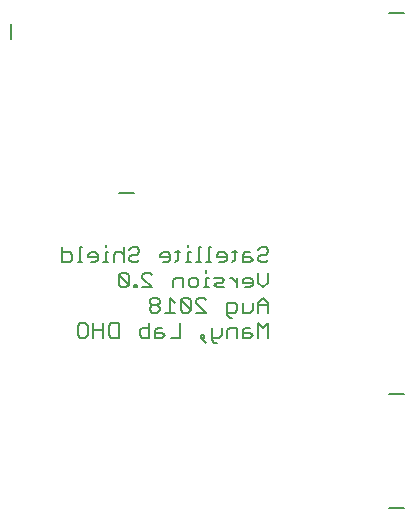
<source format=gbo>
G75*
%MOIN*%
%OFA0B0*%
%FSLAX25Y25*%
%IPPOS*%
%LPD*%
%AMOC8*
5,1,8,0,0,1.08239X$1,22.5*
%
%ADD10C,0.00700*%
%ADD11C,0.00800*%
D10*
X0145890Y0086350D02*
X0147524Y0084715D01*
X0146707Y0086350D02*
X0145890Y0086350D01*
X0145890Y0087167D01*
X0146707Y0087167D01*
X0146707Y0086350D01*
X0149411Y0086350D02*
X0151863Y0086350D01*
X0152681Y0087167D01*
X0152681Y0089619D01*
X0154568Y0088802D02*
X0154568Y0086350D01*
X0154568Y0088802D02*
X0155385Y0089619D01*
X0157837Y0089619D01*
X0157837Y0086350D01*
X0159724Y0086350D02*
X0159724Y0088802D01*
X0160542Y0089619D01*
X0162176Y0089619D01*
X0162176Y0087985D02*
X0159724Y0087985D01*
X0159724Y0086350D02*
X0162176Y0086350D01*
X0162994Y0087167D01*
X0162176Y0087985D01*
X0164881Y0086350D02*
X0164881Y0091254D01*
X0166515Y0089619D01*
X0168150Y0091254D01*
X0168150Y0086350D01*
X0168150Y0094750D02*
X0168150Y0098019D01*
X0166515Y0099654D01*
X0164881Y0098019D01*
X0164881Y0094750D01*
X0162994Y0095567D02*
X0162176Y0094750D01*
X0159724Y0094750D01*
X0159724Y0098019D01*
X0157837Y0097202D02*
X0157837Y0095567D01*
X0157020Y0094750D01*
X0154568Y0094750D01*
X0154568Y0093933D02*
X0154568Y0098019D01*
X0157020Y0098019D01*
X0157837Y0097202D01*
X0156202Y0093115D02*
X0155385Y0093115D01*
X0154568Y0093933D01*
X0147524Y0094750D02*
X0144255Y0098019D01*
X0144255Y0098837D01*
X0145072Y0099654D01*
X0146707Y0099654D01*
X0147524Y0098837D01*
X0147524Y0094750D02*
X0144255Y0094750D01*
X0142368Y0095567D02*
X0139099Y0098837D01*
X0139099Y0095567D01*
X0139916Y0094750D01*
X0141551Y0094750D01*
X0142368Y0095567D01*
X0142368Y0098837D01*
X0141551Y0099654D01*
X0139916Y0099654D01*
X0139099Y0098837D01*
X0137212Y0098019D02*
X0135577Y0099654D01*
X0135577Y0094750D01*
X0137212Y0094750D02*
X0133942Y0094750D01*
X0132055Y0095567D02*
X0132055Y0096385D01*
X0131238Y0097202D01*
X0129603Y0097202D01*
X0128786Y0096385D01*
X0128786Y0095567D01*
X0129603Y0094750D01*
X0131238Y0094750D01*
X0132055Y0095567D01*
X0131238Y0097202D02*
X0132055Y0098019D01*
X0132055Y0098837D01*
X0131238Y0099654D01*
X0129603Y0099654D01*
X0128786Y0098837D01*
X0128786Y0098019D01*
X0129603Y0097202D01*
X0129477Y0103150D02*
X0126208Y0103150D01*
X0124321Y0103150D02*
X0123503Y0103150D01*
X0123503Y0103967D01*
X0124321Y0103967D01*
X0124321Y0103150D01*
X0121742Y0103967D02*
X0118473Y0107237D01*
X0118473Y0103967D01*
X0119290Y0103150D01*
X0120925Y0103150D01*
X0121742Y0103967D01*
X0121742Y0107237D01*
X0120925Y0108054D01*
X0119290Y0108054D01*
X0118473Y0107237D01*
X0120024Y0111550D02*
X0120024Y0116454D01*
X0119206Y0114819D02*
X0117572Y0114819D01*
X0116754Y0114002D01*
X0116754Y0111550D01*
X0114867Y0111550D02*
X0113233Y0111550D01*
X0114050Y0111550D02*
X0114050Y0114819D01*
X0114867Y0114819D01*
X0114050Y0116454D02*
X0114050Y0117272D01*
X0111430Y0114002D02*
X0110612Y0114819D01*
X0108978Y0114819D01*
X0108160Y0114002D01*
X0108160Y0113185D01*
X0111430Y0113185D01*
X0111430Y0114002D02*
X0111430Y0112367D01*
X0110612Y0111550D01*
X0108978Y0111550D01*
X0106273Y0111550D02*
X0104639Y0111550D01*
X0105456Y0111550D02*
X0105456Y0116454D01*
X0106273Y0116454D01*
X0102836Y0114002D02*
X0102018Y0114819D01*
X0099566Y0114819D01*
X0099566Y0116454D02*
X0099566Y0111550D01*
X0102018Y0111550D01*
X0102836Y0112367D01*
X0102836Y0114002D01*
X0119206Y0114819D02*
X0120024Y0114002D01*
X0121911Y0113185D02*
X0121911Y0112367D01*
X0122728Y0111550D01*
X0124363Y0111550D01*
X0125180Y0112367D01*
X0124363Y0114002D02*
X0122728Y0114002D01*
X0121911Y0113185D01*
X0121911Y0115637D02*
X0122728Y0116454D01*
X0124363Y0116454D01*
X0125180Y0115637D01*
X0125180Y0114819D01*
X0124363Y0114002D01*
X0132223Y0114002D02*
X0132223Y0113185D01*
X0135493Y0113185D01*
X0135493Y0114002D02*
X0134675Y0114819D01*
X0133041Y0114819D01*
X0132223Y0114002D01*
X0133041Y0111550D02*
X0134675Y0111550D01*
X0135493Y0112367D01*
X0135493Y0114002D01*
X0137296Y0114819D02*
X0138930Y0114819D01*
X0138113Y0115637D02*
X0138113Y0112367D01*
X0137296Y0111550D01*
X0140733Y0111550D02*
X0142368Y0111550D01*
X0141551Y0111550D02*
X0141551Y0114819D01*
X0142368Y0114819D01*
X0141551Y0116454D02*
X0141551Y0117272D01*
X0144988Y0116454D02*
X0144988Y0111550D01*
X0144171Y0111550D02*
X0145806Y0111550D01*
X0147608Y0111550D02*
X0149243Y0111550D01*
X0148426Y0111550D02*
X0148426Y0116454D01*
X0149243Y0116454D01*
X0151130Y0114002D02*
X0151130Y0113185D01*
X0154400Y0113185D01*
X0154400Y0114002D02*
X0153582Y0114819D01*
X0151948Y0114819D01*
X0151130Y0114002D01*
X0151948Y0111550D02*
X0153582Y0111550D01*
X0154400Y0112367D01*
X0154400Y0114002D01*
X0156202Y0114819D02*
X0157837Y0114819D01*
X0157020Y0115637D02*
X0157020Y0112367D01*
X0156202Y0111550D01*
X0159724Y0111550D02*
X0159724Y0114002D01*
X0160542Y0114819D01*
X0162176Y0114819D01*
X0162176Y0113185D02*
X0159724Y0113185D01*
X0159724Y0111550D02*
X0162176Y0111550D01*
X0162994Y0112367D01*
X0162176Y0113185D01*
X0164881Y0113185D02*
X0164881Y0112367D01*
X0165698Y0111550D01*
X0167333Y0111550D01*
X0168150Y0112367D01*
X0167333Y0114002D02*
X0165698Y0114002D01*
X0164881Y0113185D01*
X0164881Y0115637D02*
X0165698Y0116454D01*
X0167333Y0116454D01*
X0168150Y0115637D01*
X0168150Y0114819D01*
X0167333Y0114002D01*
X0168150Y0108054D02*
X0168150Y0104785D01*
X0166515Y0103150D01*
X0164881Y0104785D01*
X0164881Y0108054D01*
X0162994Y0105602D02*
X0162176Y0106419D01*
X0160542Y0106419D01*
X0159724Y0105602D01*
X0159724Y0104785D01*
X0162994Y0104785D01*
X0162994Y0105602D02*
X0162994Y0103967D01*
X0162176Y0103150D01*
X0160542Y0103150D01*
X0157837Y0103150D02*
X0157837Y0106419D01*
X0157837Y0104785D02*
X0156202Y0106419D01*
X0155385Y0106419D01*
X0153540Y0105602D02*
X0152723Y0104785D01*
X0151088Y0104785D01*
X0150271Y0103967D01*
X0151088Y0103150D01*
X0153540Y0103150D01*
X0153540Y0105602D02*
X0152723Y0106419D01*
X0150271Y0106419D01*
X0148384Y0106419D02*
X0147566Y0106419D01*
X0147566Y0103150D01*
X0146749Y0103150D02*
X0148384Y0103150D01*
X0144946Y0103967D02*
X0144946Y0105602D01*
X0144129Y0106419D01*
X0142494Y0106419D01*
X0141677Y0105602D01*
X0141677Y0103967D01*
X0142494Y0103150D01*
X0144129Y0103150D01*
X0144946Y0103967D01*
X0139790Y0103150D02*
X0139790Y0106419D01*
X0137338Y0106419D01*
X0136520Y0105602D01*
X0136520Y0103150D01*
X0129477Y0103150D02*
X0126208Y0106419D01*
X0126208Y0107237D01*
X0127025Y0108054D01*
X0128660Y0108054D01*
X0129477Y0107237D01*
X0144988Y0116454D02*
X0145806Y0116454D01*
X0147566Y0108872D02*
X0147566Y0108054D01*
X0162994Y0098019D02*
X0162994Y0095567D01*
X0164881Y0097202D02*
X0168150Y0097202D01*
X0149411Y0089619D02*
X0149411Y0085533D01*
X0150229Y0084715D01*
X0151046Y0084715D01*
X0138930Y0086350D02*
X0138930Y0091254D01*
X0132957Y0089619D02*
X0131322Y0089619D01*
X0130505Y0088802D01*
X0130505Y0086350D01*
X0132957Y0086350D01*
X0133774Y0087167D01*
X0132957Y0087985D01*
X0130505Y0087985D01*
X0128618Y0089619D02*
X0126166Y0089619D01*
X0125348Y0088802D01*
X0125348Y0087167D01*
X0126166Y0086350D01*
X0128618Y0086350D01*
X0128618Y0091254D01*
X0135661Y0086350D02*
X0138930Y0086350D01*
X0118305Y0086350D02*
X0115853Y0086350D01*
X0115035Y0087167D01*
X0115035Y0090437D01*
X0115853Y0091254D01*
X0118305Y0091254D01*
X0118305Y0086350D01*
X0113148Y0086350D02*
X0113148Y0091254D01*
X0109879Y0091254D02*
X0109879Y0086350D01*
X0107992Y0087167D02*
X0107175Y0086350D01*
X0105540Y0086350D01*
X0104723Y0087167D01*
X0104723Y0090437D01*
X0105540Y0091254D01*
X0107175Y0091254D01*
X0107992Y0090437D01*
X0107992Y0087167D01*
X0109879Y0088802D02*
X0113148Y0088802D01*
D11*
X0118500Y0134500D02*
X0123500Y0134500D01*
X0082500Y0186000D02*
X0082500Y0191000D01*
X0208500Y0194500D02*
X0213500Y0194500D01*
X0213500Y0067500D02*
X0208500Y0067500D01*
X0208500Y0029500D02*
X0213500Y0029500D01*
M02*

</source>
